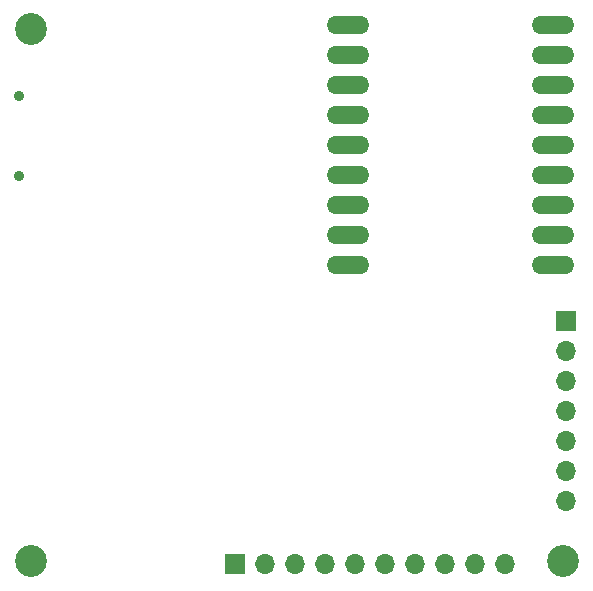
<source format=gbs>
G04 #@! TF.GenerationSoftware,KiCad,Pcbnew,8.0.3*
G04 #@! TF.CreationDate,2024-06-09T12:16:37+02:00*
G04 #@! TF.ProjectId,chip8-pcb,63686970-382d-4706-9362-2e6b69636164,1*
G04 #@! TF.SameCoordinates,Original*
G04 #@! TF.FileFunction,Soldermask,Bot*
G04 #@! TF.FilePolarity,Negative*
%FSLAX46Y46*%
G04 Gerber Fmt 4.6, Leading zero omitted, Abs format (unit mm)*
G04 Created by KiCad (PCBNEW 8.0.3) date 2024-06-09 12:16:37*
%MOMM*%
%LPD*%
G01*
G04 APERTURE LIST*
G04 Aperture macros list*
%AMRoundRect*
0 Rectangle with rounded corners*
0 $1 Rounding radius*
0 $2 $3 $4 $5 $6 $7 $8 $9 X,Y pos of 4 corners*
0 Add a 4 corners polygon primitive as box body*
4,1,4,$2,$3,$4,$5,$6,$7,$8,$9,$2,$3,0*
0 Add four circle primitives for the rounded corners*
1,1,$1+$1,$2,$3*
1,1,$1+$1,$4,$5*
1,1,$1+$1,$6,$7*
1,1,$1+$1,$8,$9*
0 Add four rect primitives between the rounded corners*
20,1,$1+$1,$2,$3,$4,$5,0*
20,1,$1+$1,$4,$5,$6,$7,0*
20,1,$1+$1,$6,$7,$8,$9,0*
20,1,$1+$1,$8,$9,$2,$3,0*%
G04 Aperture macros list end*
%ADD10O,1.700000X1.700000*%
%ADD11R,1.700000X1.700000*%
%ADD12C,2.700000*%
%ADD13C,0.900000*%
%ADD14RoundRect,0.600000X1.150000X0.150000X-1.150000X0.150000X-1.150000X-0.150000X1.150000X-0.150000X0*%
%ADD15RoundRect,0.600000X-1.150000X-0.150000X1.150000X-0.150000X1.150000X0.150000X-1.150000X0.150000X0*%
G04 APERTURE END LIST*
D10*
X112194406Y-117750000D03*
X109654406Y-117750000D03*
X107114406Y-117750000D03*
X104574406Y-117750000D03*
X102034406Y-117750000D03*
X99494406Y-117750000D03*
X96954406Y-117750000D03*
X94414406Y-117750000D03*
X91874406Y-117750000D03*
D11*
X89334406Y-117750000D03*
D10*
X117334406Y-112450000D03*
X117334406Y-109910000D03*
X117334406Y-107370000D03*
X117334406Y-104830000D03*
X117334406Y-102290000D03*
X117334406Y-99750000D03*
D11*
X117334406Y-97210000D03*
D12*
X72084406Y-117500000D03*
X72084406Y-72500000D03*
D13*
X71084406Y-84900000D03*
X71084406Y-78100000D03*
D14*
X116266906Y-72090000D03*
X116266906Y-74630000D03*
X116266906Y-77170000D03*
X116266906Y-79710000D03*
X116266906Y-82250000D03*
X116266906Y-84790000D03*
X116266906Y-87330000D03*
X116266906Y-89870000D03*
X116266906Y-92410000D03*
D15*
X98926906Y-92410000D03*
X98926906Y-89870000D03*
X98926906Y-87330000D03*
X98926906Y-84790000D03*
X98926906Y-82250000D03*
X98926906Y-79710000D03*
X98926906Y-77170000D03*
X98926906Y-74630000D03*
X98926906Y-72090000D03*
D12*
X117084406Y-117500000D03*
M02*

</source>
